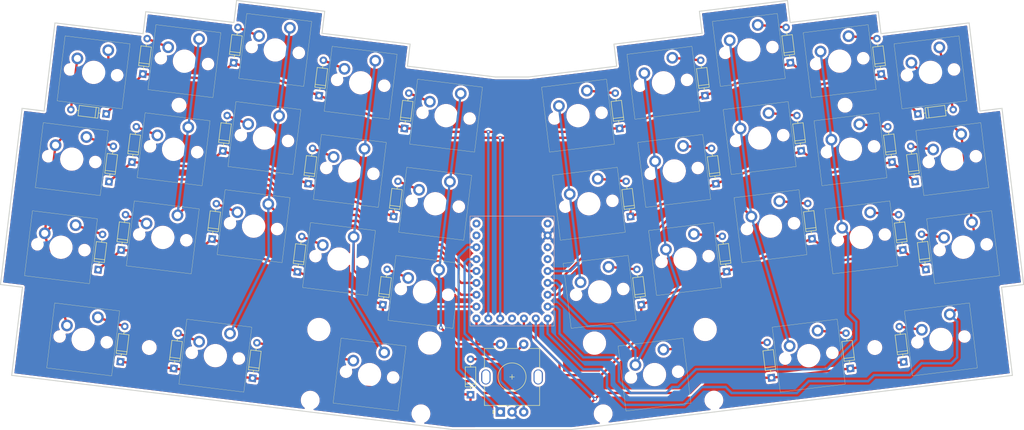
<source format=kicad_pcb>
(kicad_pcb (version 20211014) (generator pcbnew)
  (layers (0 "F.Cu" signal) (31 "B.Cu" signal) (34 "B.Paste" user) (35 "F.Paste" user) (36 "B.SilkS" user "B.Silkscreen") (37 "F.SilkS" user "F.Silkscreen") (38 "B.Mask" user) (39 "F.Mask" user) (44 "Edge.Cuts" user))
  (net 0 "")
  (net 1 "l3")
  (net 2 "Net-(D1-Pad2)")
  (net 3 "Net-(D2-Pad2)")
  (net 4 "Net-(D3-Pad2)")
  (net 5 "Net-(D5-Pad2)")
  (net 6 "Net-(D7-Pad2)")
  (net 7 "Net-(D9-Pad2)")
  (net 8 "Net-(D10-Pad2)")
  (net 9 "l2")
  (net 10 "Net-(D18-Pad2)")
  (net 11 "Net-(D19-Pad2)")
  (net 12 "Net-(D20-Pad2)")
  (net 13 "l0")
  (net 14 "l1")
  (net 15 "Net-(D22-Pad2)")
  (net 16 "Net-(D23-Pad2)")
  (net 17 "Net-(D24-Pad2)")
  (net 18 "Net-(D25-Pad2)")
  (net 19 "Net-(D26-Pad2)")
  (net 20 "Net-(D27-Pad2)")
  (net 21 "Net-(D29-Pad2)")
  (net 22 "Net-(D30-Pad2)")
  (net 23 "Net-(D31-Pad2)")
  (net 24 "Net-(D32-Pad2)")
  (net 25 "Net-(D34-Pad2)")
  (net 26 "Net-(D36-Pad2)")
  (net 27 "GND")
  (net 28 "c0")
  (net 29 "c1")
  (net 30 "c2")
  (net 31 "c3")
  (net 32 "c4")
  (net 33 "c5")
  (net 34 "c6")
  (net 35 "c7")
  (net 36 "c8")
  (net 37 "c9")
  (net 38 "Net-(D12-Pad2)")
  (net 41 "Net-(D21-Pad2)")
  (net 42 "Net-(D4-Pad2)")
  (net 45 "Net-(D6-Pad2)")
  (net 46 "Net-(D8-Pad2)")
  (net 47 "Net-(D13-Pad2)")
  (net 48 "Net-(D14-Pad2)")
  (net 49 "Net-(D15-Pad2)")
  (net 50 "Net-(D16-Pad2)")
  (net 51 "Net-(D17-Pad2)")
  (net 52 "Net-(D28-Pad2)")
  (net 53 "Net-(D33-Pad2)")
  (net 54 "Net-(D35-Pad2)")
  (net 55 "Net-(R1-Pad2)")
  (net 57 "Net-(R1-PadB)")
  (net 58 "Net-(R1-PadA)")
  (net 60 "Net-(SW11-Pad1)")
  (footprint "keyb-libs:Diode" (layer "F.Cu") (at 233.812852 131.451977 97)
    (fp_text reference "D36" hide)
    (fp_text value "Diode" hide)
  )
  (footprint "keyb-libs:MX-5pin" (layer "F.Cu") (at 200.678701 64.682322 7)
    (fp_text reference "SW8" hide)
    (fp_text value "key" hide)
  )
  (footprint "keyb-libs:MX-5pin" (layer "F.Cu") (at 224.746992 104.798153 7)
    (fp_text reference "SW29" hide)
    (fp_text value "key" hide)
  )
  (footprint "keyb-libs:Diode" (layer "F.Cu") (at 68.66756 88.685488 83)
    (fp_text reference "D12" hide)
    (fp_text value "Diode" hide)
  )
  (footprint "keyb-libs:MX-5pin" (layer "F.Cu") (at 94.690264 102.399076 -7)
    (fp_text reference "SW23" hide)
    (fp_text value "key" hide)
  )
  (footprint "keyb-libs:Diode" (layer "F.Cu") (at 106.384314 93.316523 83)
    (fp_text reference "D14" hide)
    (fp_text value "Diode" hide)
  )
  (footprint "keyb-libs:Diode" (layer "F.Cu") (at 214.210701 105.099022 97)
    (fp_text reference "D28" hide)
    (fp_text value "Diode" hide)
  )
  (footprint "keyb-libs:Diode" (layer "F.Cu") (at 236.253708 92.866904 97)
    (fp_text reference "D20" hide)
    (fp_text value "Diode" hide)
  )
  (footprint "keyb-libs:MX-5pin" (layer "F.Cu") (at 58.214828 126.634486 -7)
    (fp_text reference "SW31" hide)
    (fp_text value "key" hide)
  )
  (footprint "keyb-libs:MX-5pin" (layer "F.Cu") (at 53.458454 106.90779 -7)
    (fp_text reference "SW21" hide)
    (fp_text value "key" hide)
  )
  (footprint "keyb-libs:MX-5pin" (layer "F.Cu") (at 99.321299 64.682322 -7)
    (fp_text reference "SW3" hide)
    (fp_text value "key" hide)
  )
  (footprint "keyb-libs:Diode" (layer "F.Cu") (at 66.187148 131.406211 83)
    (fp_text reference "D31" hide)
    (fp_text value "Diode" hide)
  )
  (footprint "keyb-libs:Diode" (layer "F.Cu") (at 124.663812 100.346635 83)
    (fp_text reference "D15" hide)
    (fp_text value "Diode" hide)
  )
  (footprint "keyb-libs:Diode" (layer "F.Cu") (at 90.420334 67.428034 83)
    (fp_text reference "D3" hide)
    (fp_text value "Diode" hide)
  )
  (footprint "keyb-libs:Diode" (layer "F.Cu") (at 77.601429 132.853474 83)
    (fp_text reference "D32" hide)
    (fp_text value "Diode" hide)
  )
  (footprint "keyb-libs:Diode" (layer "F.Cu") (at 66.352043 107.498099 83)
    (fp_text reference "D22" hide)
    (fp_text value "Diode" hide)
  )
  (footprint "keyb-libs:Diode" (layer "F.Cu") (at 236.853268 78.381441 7)
    (fp_text reference "D10" hide)
    (fp_text value "Diode" hide)
  )
  (footprint "keyb-libs:Diode" (layer "F.Cu") (at 70.983078 69.827111 83)
    (fp_text reference "D2" hide)
    (fp_text value "Diode" hide)
  )
  (footprint "keyb-libs:MX-5pin" (layer "F.Cu") (at 168.750741 116.4593 7)
    (fp_text reference "SW26" hide)
    (fp_text value "key" hide)
  )
  (footprint "keyb-libs:MX-5pin" (layer "F.Cu") (at 60.446786 69.480476 -7)
    (fp_text reference "SW1" hide)
    (fp_text value "key" hide)
  )
  (footprint "keyb-libs:Diode" (layer "F.Cu") (at 104.068797 112.1749 83)
    (fp_text reference "D24" hide)
    (fp_text value "Diode" hide)
  )
  (footprint "keyb-libs:Diode" (layer "F.Cu") (at 231.33244 88.685488 97)
    (fp_text reference "D19" hide)
    (fp_text value "Diode" hide)
  )
  (footprint "keyb-libs:MX-5pin_stab" (layer "F.Cu") (at 180.495447 134.159918 7)
    (fp_text reference "SW34" hide)
    (fp_text value "key" hide)
  )
  (footprint "keyb-libs:MX-5pin" (layer "F.Cu") (at 222.431475 85.939776 7)
    (fp_text reference "SW19" hide)
    (fp_text value "key" hide)
  )
  (footprint "keyb-libs:MX-5pin" (layer "F.Cu") (at 75.253007 104.798153 -7)
    (fp_text reference "SW22" hide)
    (fp_text value "key" hide)
  )
  (footprint "keyb-libs:MX-5pin" (layer "F.Cu") (at 131.249259 116.4593 -7)
    (fp_text reference "SW25" hide)
    (fp_text value "key" hide)
  )
  (footprint "keyb-libs:MX-5pin" (layer "F.Cu") (at 244.226028 88.049413 7)
    (fp_text reference "SW20" hide)
    (fp_text value "key" hide)
  )
  (footprint "keyb-libs:MX-5pin" (layer "F.Cu") (at 166.435223 97.600923 7)
    (fp_text reference "SW16" hide)
    (fp_text value "key" hide)
  )
  (footprint "keyb-libs:MX-5pin" (layer "F.Cu") (at 133.564776 97.600923 -7)
    (fp_text reference "SW15" hide)
    (fp_text value "key" hide)
  )
  (footprint "keyb-libs:Diode" (layer "F.Cu") (at 222.398571 132.853474 97)
    (fp_text reference "D35" hide)
    (fp_text value "Diode" hide)
  )
  (footprint "keyb-libs:MX-5pin_stab" (layer "F.Cu") (at 119.504553 134.159918 -7)
    (fp_text reference "SW33" hide)
    (fp_text value "key" hide)
  )
  (footprint "keyb-libs:MX-5pin" (layer "F.Cu") (at 135.880294 78.742546 -7)
    (fp_text reference "SW5" hide)
    (fp_text value "key" hide)
  )
  (footprint "keyb-libs:MX-5pin" (layer "F.Cu") (at 164.119706 78.742546 7)
    (fp_text reference "SW6" hide)
    (fp_text value "key" hide)
  )
  (footprint "keyb-libs:Diode" (layer "F.Cu") (at 126.979329 81.488258 83)
    (fp_text reference "D5" hide)
    (fp_text value "Diode" hide)
  )
  (footprint "keyb-libs:MX-5pin" (layer "F.Cu") (at 86.502393 130.107762 -7)
    (fp_text reference "SW32" hide)
    (fp_text value "key" hide)
  )
  (footprint "keyb-libs:MX-5pin" (layer "F.Cu") (at 77.568525 85.939776 -7)
    (fp_text reference "SW12" hide)
    (fp_text value "key" hide)
  )
  (footprint "keyb-libs:MX-5pin" (layer "F.Cu") (at 184.714721 90.570811 7)
    (fp_text reference "SW17" hide)
    (fp_text value "key" hide)
  )
  (footprint "keyb-libs:Diode" (layer "F.Cu") (at 173.020671 81.488258 97)
    (fp_text reference "D6" hide)
    (fp_text value "Diode" hide)
  )
  (footprint "keyb-libs:MX-5pin" (layer "F.Cu") (at 202.994218 83.540699 7)
    (fp_text reference "SW18" hide)
    (fp_text value "key" hide)
  )
  (footprint "keyb-libs:Diode" (layer "F.Cu") (at 229.016922 69.827111 97)
    (fp_text reference "D9" hide)
    (fp_text value "Diode" hide)
  )
  (footprint "MountingHole:MountingHole_2.2mm_M2" (layer "F.Cu") (at 227.641389 128.371125)
    (fp_text reference "H3" hide)
    (fp_text value "MountingHole" hide)
  )
  (footprint "keyb-libs:Diode" (layer "F.Cu") (at 238.569226 111.679515 97)
    (fp_text reference "D30" hide)
    (fp_text value "Diode" hide)
  )
  (footprint "keyb-libs:Diode" (layer "F.Cu") (at 205.523246 134.840366 97)
    (fp_text reference "D34" hide)
    (fp_text value "Diode" hide)
  )
  (footprint "keyb-libs:MX-5pin" (layer "F.Cu") (at 241.785172 126.634486 7)
    (fp_text reference "SW36" hide)
    (fp_text value "key" hide)
  )
  (footprint "keyb-libs:Diode" (layer "F.Cu") (at 193.615686 93.316523 97)
    (fp_text reference "D17" hide)
    (fp_text value "Diode" hide)
  )
  (footprint "keyb-libs:Diode" (layer "F.Cu") (at 88.104817 86.286411 83)
    (fp_text reference "D13" hide)
    (fp_text value "Diode" hide)
  )
  (footprint "keyb-libs:Diode" (layer "F.Cu") (at 122.348294 119.205012 83)
    (fp_text reference "D25" hide)
    (fp_text value "Diode" hide)
  )
  (footprint "keyb-libs:MX-5pin" (layer "F.Cu") (at 220.115957 67.081399 7)
    (fp_text reference "SW9" hide)
    (fp_text value "key" hide)
  )
  (footprint "keyb-libs:MX-5pin" (layer "F.Cu") (at 115.285279 90.570811 -7)
    (fp_text reference "SW14" hide)
    (fp_text value "key" hide)
  )
  (footprint "keyb-libs:MX-5pin" (layer "F.Cu") (at 117.600796 71.712434 -7)
    (fp_text reference "SW4" hide)
    (fp_text value "key" hide)
  )
  (footprint "MountingHole:MountingHole_2.2mm_M2" (layer "F.Cu") (at 221.273716 76.510588)
    (fp_text reference "H4" hide)
    (fp_text value "MountingHole" hide)
  )
  (footprint "keyb-libs:Diode" (layer "F.Cu") (at 175.336188 100.346635 97)
    (fp_text reference "D16" hide)
    (fp_text value "Diode" hide)
  )
  (footprint "keyb-libs:Diode" (layer "F.Cu") (at 177.651706 119.205012 97)
    (fp_text reference "D26" hide)
    (fp_text value "Diode" hide)
  )
  (footprint "keyb-libs:Diode" (layer "F.Cu") (at 85.789299 105.144788 83)
    (fp_text reference "D23" hide)
    (fp_text value "Diode" hide)
  )
  (footprint "keyb-libs:Diode" (layer "F.Cu") (at 195.931203 112.129134 97)
    (fp_text reference "D27" hide)
    (fp_text value "Diode" hide)
  )
  (footprint "MountingHole:MountingHole_2.2mm_M2" (layer "F.Cu") (at 78.726284 76.510588)
    (fp_text reference "H2" hide)
    (fp_text value "MountingHole" hide)
  )
  (footprint "keyb-libs:MX-5pin" (layer "F.Cu") (at 187.030238 109.429188 7)
    (fp_text reference "SW27" hide)
    (fp_text value "key" hide)
  )
  (footprint "keyb-libs:Diode" (layer "F.Cu") (at 211.895183 86.286411 97)
    (fp_text reference "D18" hide)
    (fp_text value "Diode" hide)
  )
  (footprint "keyb-libs:MX-5pin" (layer "F.Cu") (at 112.969761 109.429188 -7)
    (fp_text reference "SW24" hide)
    (fp_text value "key" hide)
  )
  (footprint "keyb-libs:MX-5pin" (layer "F.Cu") (at 239.553213 69.480476 7)
    (fp_text reference "SW10" hide)
    (fp_text value "key" hide)
  )
  (footprint "keyb-libs:MX-5pin" (layer "F.Cu") (at 97.005781 83.540699 -7)
    (fp_text reference "SW13" hide)
    (fp_text value "key" hide)
  )
  (footprint "keyb-libs:Diode" (layer "F.Cu") (at 141.11 138.476928 90)
    (fp_text reference "RD1" hide)
    (fp_text value "Diode" hide)
  )
  (footprint "keyb-libs:MX-5pin" (layer "F.Cu") (at 55.773972 88.049413 -7)
    (fp_text reference "SW11" hide)
    (fp_text value "key" hide)
  )
  (footprint "keyb-libs:Diode" (layer "F.Cu") (at 108.699832 74.458146 83)
    (fp_text reference "D4" hide)
    (fp_text value "Diode" hide)
  )
  (footprint "keyb-libs:Diode" (layer "F.Cu") (at 63.146732 78.38144 173)
    (fp_text reference "D1" hide)
    (fp_text value "Diode" hide)
  )
  (footprint "keyb-libs:RotaryEncoder_EC11" (layer "F.Cu") (at 150 134.666928 90)
    (fp_text reference "R1" hide)
    (fp_text value "EC11-MX-Alps" hide)
  )
  (footprint "keyb-libs:Diode" (layer "F.Cu") (at 94.474713 134.925253 83)
    (fp_text reference "D33" hide)
    (fp_text value "Diode" hide)
  )
  (footprint "MountingHole:MountingHole_2.2mm_M2" (layer "F.Cu") (at 72.358611 128.371125)
    (fp_text reference "H1" hide)
    (fp_text value "MountingHole" hide)
  )
  (footprint "keyb-libs:Diode" (layer "F.Cu") (at 209.579666 67.428034 97)
    (fp_text reference "D8" hide)
    (fp_text value "Diode" hide)
  )
  (footprint "keyb-libs:Diode" (layer "F.Cu") (at 61.430774 111.725281 83)
    (fp_text reference "D21" hide)
    (fp_text value "Diode" hide)
  )
  (footprint "keyb-libs:MX-5pin" (layer "F.Cu") (at 79.884042 67.081399 -7)
    (fp_text reference "SW2" hide)
    (fp_text value "key" hide)
  )
  (footprint "keyb-libs:MX-5pin" (layer "F.Cu") (at 205.309736 102.399076 7)
    (fp_text reference "SW28" hide)
    (fp_text value "key" hide)
  )
  (footprint "keyb-libs:Diode" (layer "F.Cu") (at 191.300168 74.458146 97)
    (fp_text reference "D7" hide)
    (fp_text value "Diode" hide)
  )
  (footprint "keyb-libs:MX-5pin" (layer "F.Cu") (at 246.541545 106.90779 7)
    (fp_text reference "SW30" hide)
    (fp_text value "key" hide)
  )
  (footprint "keyb-libs:MX-5pin" (layer "F.Cu") (at 182.399203 71.712434 7)
    (fp_text reference "SW7" hide)
    (fp_text value "key" hide)
  )
  (footprint "keyb-libs:Diode" (layer "F.Cu") (at 233.647957 107.498099 97)
    (fp_text reference "D29" hide)
    (fp_text value "Diode" hide)
  )
  (footprint "keyb-libs:Diode" (layer "F.Cu") (at 63.746292 92.866904 83)
    (fp_text reference "D11" hide)
    (fp_text value "Diode" hide)
  )
  (footprint "keyb-libs:MX-5pin" (layer "F.Cu") (at 213.497606 130.107762 7)
    (fp_text reference "SW35" hide)
    (fp_text value "key" hide)
  )
  (footprint "keyb-libs:RP2040" (layer "B.Cu") (at 150 112 180)
    (fp_text reference "U1" hide)
    (fp_text value "RP2040" hide)
  )
  (gr_line locked (start 172.391136 68.155599) (end 153.532759 70.471117) (layer "Edge.Cuts") (width 0.2))
  (gr_line locked (start 208.950131 54.095376) (end 190.091754 56.410893) (layer "Edge.Cuts") (width 0.2))
  (gr_line locked (start 40.51421 114.88978) (end 45.228804 115.46866) (layer "Edge.Cuts") (width 0.2))
  (gr_line locked (start 127.608864 68.155599) (end 146.467241 70.471117) (layer "Edge.Cuts") (width 0.2))
  (gr_line locked (start 91.049869 54.095376) (end 90.47099 58.80997) (layer "Edge.Cuts") (width 0.2))
  (gr_line locked (start 52.175357 58.893529) (end 49.859839 77.751906) (layer "Edge.Cuts") (width 0.2))
  (gr_line locked (start 228.387387 56.494452) (end 209.52901 58.80997) (layer "Edge.Cuts") (width 0.2))
  (gr_line locked (start 71.612613 56.494452) (end 90.47099 58.80997) (layer "Edge.Cuts") (width 0.2))
  (gr_line locked (start 146.467241 70.471117) (end 153.532759 70.471117) (layer "Edge.Cuts") (width 0.2))
  (gr_line locked (start 45.145245 77.173027) (end 40.51421 114.88978) (layer "Edge.Cuts") (width 0.2))
  (gr_line locked (start 42.913287 134.327037) (end 137.205171 145.904624) (layer "Edge.Cuts") (width 0.2))
  (gr_line locked (start 71.612613 56.494452) (end 71.033734 61.209047) (layer "Edge.Cuts") (width 0.2))
  (gr_line locked (start 45.228804 115.46866) (end 42.913287 134.327037) (layer "Edge.Cuts") (width 0.2))
  (gr_line locked (start 128.187744 63.441005) (end 127.608864 68.155599) (layer "Edge.Cuts") (width 0.2))
  (gr_line locked (start 52.175357 58.893529) (end 71.033734 61.209047) (layer "Edge.Cuts") (width 0.2))
  (gr_line locked (start 254.854755 77.173027) (end 250.140161 77.751906) (layer "Edge.Cuts") (width 0.2))
  (gr_line locked (start 109.908246 56.410893) (end 109.329367 61.125488) (layer "Edge.Cuts") (width 0.2))
  (gr_line locked (start 259.48579 114.88978) (end 254.771196 115.46866) (layer "Edge.Cuts") (width 0.2))
  (gr_line locked (start 257.086713 134.327037) (end 162.794829 145.904624) (layer "Edge.Cuts") (width 0.2))
  (gr_line locked (start 190.670633 61.125488) (end 171.812256 63.441005) (layer "Edge.Cuts") (width 0.2))
  (gr_line locked (start 247.824643 58.893529) (end 228.966266 61.209047) (layer "Edge.Cuts") (width 0.2))
  (gr_line locked (start 190.091754 56.410893) (end 190.670633 61.125488) (layer "Edge.Cuts") (width 0.2))
  (gr_line locked (start 137.205171 145.904624) (end 162.794829 145.904624) (layer "Edge.Cuts") (width 0.2))
  (gr_line locked (start 45.145245 77.173027) (end 49.859839 77.751906) (layer "Edge.Cuts") (width 0.2))
  (gr_line locked (start 91.049869 54.095376) (end 109.908246 56.410893) (layer "Edge.Cuts") (width 0.2))
  (gr_line locked (start 208.950131 54.095376) (end 209.52901 58.80997) (layer "Edge.Cuts") (width 0.2))
  (gr_line locked (start 228.387387 56.494452) (end 228.966266 61.209047) (layer "Edge.Cuts") (width 0.2))
  (gr_line locked (start 109.329367 61.125488) (end 128.187744 63.441005) (layer "Edge.Cuts") (width 0.2))
  (gr_line locked (start 254.854755 77.173027) (end 259.48579 114.88978) (layer "Edge.Cuts") (width 0.2))
  (gr_line locked (start 171.812256 63.441005) (end 172.391136 68.155599) (layer "Edge.Cuts") (width 0.2))
  (gr_line locked (start 254.771196 115.46866) (end 257.086713 134.327037) (layer "Edge.Cuts") (width 0.2))
  (gr_line locked (start 247.824643 58.893529) (end 250.140161 77.751906) (layer "Edge.Cuts") (width 0.2))
  (segment (start 130.95 82.22) (end 130.218258 81.488258) (width 0.5) (layer "F.Cu") (net 1))
  (segment (start 191.300168 74.458146) (end 173.020671 81.488258) (width 0.5) (layer "F.Cu") (net 1))
  (segment (start 144.92 82.22) (end 130.95 82.22) (width 0.5) (layer "F.Cu") (net 1))
  (segment (start 171.051742 81.488258) (end 173.020671 81.488258) (width 0.5) (layer "F.Cu") (net 1))
  (segment (start 144.92 82.22) (end 170.32 82.22) (width 0.5) (layer "F.Cu") (net 1))
  (segment (start 209.579666 67.428034) (end 191.300168 74.458146) (width 0.5) (layer "F.Cu") (net 1))
  (segment (start 126.97933 81.488258) (end 108.699832 74.458146) (width 0.5) (layer "F.Cu") (net 1))
  (segment (start 170.32 82.22) (end 171.051742 81.488258) (width 0.5) (layer "F.Cu") (net 1))
  (segment (start 86.275518 70.981623) (end 70.983078 69.827111) (width 0.5) (layer "F.Cu") (net 1))
  (segment (start 70.983078 69.827111) (end 63.146732 78.38144) (width 0.5) (layer "F.Cu") (net 1))
  (segment (start 130.218258 81.488258) (end 126.979329 81.488258) (width 0.5) (layer "F.Cu") (net 1))
  (segment (start 90.420335 67.428034) (end 86.275518 70.981623) (width 0.5) (layer "F.Cu") (net 1))
  (segment (start 229.016922 69.827111) (end 216.04 72.06) (width 0.5) (layer "F.Cu") (net 1))
  (segment (start 108.699832 74.458146) (end 90.420334 67.428034) (width 0.5) (layer "F.Cu") (net 1))
  (segment (start 236.853268 78.381441) (end 229.016922 69.827111) (width 0.5) (layer "F.Cu") (net 1))
  (segment (start 216.04 72.06) (end 209.579666 67.428034) (width 0.5) (layer "F.Cu") (net 1))
  (via (at 144.92 82.22) (size 0.8) (drill 0.4) (layers "F.Cu" "B.Cu") (net 1))
  (segment (start 144.92 122.16) (end 144.92 82.22) (width 0.5) (layer "B.Cu") (net 1))
  (segment (start 55.58353 77.452796) (end 56.974733 66.495087) (width 0.5) (layer "F.Cu") (net 2))
  (segment (start 76.411989 64.09601) (end 71.911722 62.263909) (width 0.5) (layer "F.Cu") (net 3))
  (segment (start 95.849245 61.696933) (end 91.348978 59.864832) (width 0.5) (layer "F.Cu") (net 4))
  (segment (start 132.40824 75.757157) (end 127.907973 73.925056) (width 0.5) (layer "F.Cu") (net 5))
  (segment (start 190.371524 66.894944) (end 184.301174 66.360751) (width 0.5) (layer "F.Cu") (net 6))
  (segment (start 228.088278 62.263909) (end 222.017928 61.729716) (width 0.5) (layer "F.Cu") (net 7))
  (segment (start 244.41647 77.452797) (end 241.455184 64.128793) (width 0.5) (layer "F.Cu") (net 8))
  (segment (start 193.615686 93.316523) (end 175.336188 100.346635) (width 0.5) (layer "F.Cu") (net 9))
  (segment (start 175.4 83.49) (end 124.6 83.49) (width 0.5) (layer "F.Cu") (net 9))
  (segment (start 123.33 84.76) (end 123.33 97.46) (width 0.5) (layer "F.Cu") (net 9))
  (segment (start 106.384315 93.316523) (end 88.104817 86.286411) (width 0.5) (layer "F.Cu") (net 9))
  (segment (start 83.96 89.84) (end 68.66756 88.685488) (width 0.5) (layer "F.Cu") (net 9))
  (segment (start 176.67 97.46) (end 176.67 84.76) (width 0.5) (layer "F.Cu") (net 9))
  (segment (start 124.663812 98.793812) (end 124.663812 100.346635) (width 0.5) (layer "F.Cu") (net 9))
  (segment (start 218.355518 90.918377) (end 211.895184 86.286411) (width 0.5) (layer "F.Cu") (net 9))
  (segment (start 236.253708 92.866904) (end 231.33244 88.685488) (width 0.5) (layer "F.Cu") (net 9))
  (segment (start 68.66756 88.685488) (end 63.746292 92.866904) (width 0.5) (layer "F.Cu") (net 9))
  (segment (start 231.33244 88.685488) (end 218.355518 90.918377) (width 0.5) (layer "F.Cu") (net 9))
  (segment (start 175.336188 100.346635) (end 175.336188 98.793812) (width 0.5) (layer "F.Cu") (net 9))
  (segment (start 124.663813 100.346635) (end 106.384315 93.316523) (width 0.5) (layer "F.Cu") (net 9))
  (segment (start 123.33 97.46) (end 124.663812 98.793812) (width 0.5) (layer "F.Cu") (net 9))
  (segment (start 124.6 83.49) (end 123.33 84.76) (width 0.5) (layer "F.Cu") (net 9))
  (segment (start 176.67 84.76) (end 175.4 83.49) (width 0.5) (layer "F.Cu") (net 9))
  (segment (start 211.895184 86.286411) (end 193.615686 93.316523) (width 0.5) (layer "F.Cu") (net 9))
  (segment (start 88.104817 86.286411) (end 83.96 89.84) (width 0.5) (layer "F.Cu") (net 9))
  (segment (start 175.336188 98.793812) (end 176.67 97.46) (width 0.5) (layer "F.Cu") (net 9))
  (via (at 147.46 83.49) (size 0.8) (drill 0.4) (layers "F.Cu" "B.Cu") (net 9))
  (segment (start 147.46 122.16) (end 147.46 83.49) (width 0.5) (layer "B.Cu") (net 9))
  (segment (start 210.966539 78.723209) (end 204.896189 78.189016) (width 0.5) (layer "F.Cu") (net 10))
  (segment (start 230.403796 81.122286) (end 224.333446 80.588093) (width 0.5) (layer "F.Cu") (net 11))
  (segment (start 240.134879 85.992668) (end 235.325064 85.303702) (width 0.5) (layer "F.Cu") (net 12))
  (segment (start 142.38 144.45) (end 141.11 143.18) (width 0.5) (layer "F.Cu") (net 13))
  (segment (start 77.601429 132.853474) (end 66.187148 131.406211) (width 0.5) (layer "F.Cu") (net 13))
  (segment (start 167.78 139.37) (end 169.05 138.1) (width 0.5) (layer "F.Cu") (net 13))
  (segment (start 167.78 139.37) (end 162.7 144.45) (width 0.5) (layer "F.Cu") (net 13))
  (segment (start 191.359634 134.840366) (end 205.523246 134.840366) (width 0.5) (layer "F.Cu") (net 13))
  (segment (start 169.05 138.1) (end 188.1 138.1) (width 0.5) (layer "F.Cu") (net 13))
  (segment (start 233.812852 131.451977) (end 222.398571 132.853474) (width 0.5) (layer "F.Cu") (net 13))
  (segment (start 162.7 144.45) (end 142.38 144.45) (width 0.5) (layer "F.Cu") (net 13))
  (segment (start 222.398571 132.853474) (end 205.523246 134.840366) (width 0.5) (layer "F.Cu") (net 13))
  (segment (start 188.1 138.1) (end 191.359634 134.840366) (width 0.5) (layer "F.Cu") (net 13))
  (segment (start 141.11 143.18) (end 141.11 138.476928) (width 0.5) (layer "F.Cu") (net 13))
  (segment (start 141.11 138.476928) (end 94.474713 134.925253) (width 0.5) (layer "F.Cu") (net 13))
  (segment (start 94.474713 134.925253) (end 77.601429 132.853474) (width 0.5) (layer "F.Cu") (net 13))
  (via (at 167.78 139.37) (size 0.8) (drill 0.4) (layers "F.Cu" "B.Cu") (net 13))
  (segment (start 155.08 126.67) (end 155.08 122.16) (width 0.5) (layer "B.Cu") (net 13))
  (segment (start 167.78 139.37) (end 155.08 126.67) (width 0.5) (layer "B.Cu") (net 13))
  (segment (start 169.05 134.29) (end 160.16 134.29) (width 0.5) (layer "F.Cu") (net 14))
  (segment (start 122.348295 119.205012) (end 104.068797 112.1749) (width 0.5) (layer "F.Cu") (net 14))
  (segment (start 123.33 124.13) (end 123.33 121.59) (width 0.5) (layer "F.Cu") (net 14))
  (segment (start 238.569226 111.679515) (end 233.647957 107.498099) (width 0.5) (layer "F.Cu") (net 14))
  (segment (start 156.35 138.1) (end 143.65 138.1) (width 0.5) (layer "F.Cu") (net 14))
  (segment (start 122.348294 120.608294) (end 122.348294 119.205012) (width 0.5) (layer "F.Cu") (net 14))
  (segment (start 104.068797 112.1749) (end 85.789299 105.144788) (width 0.5) (layer "F.Cu") (net 14))
  (segment (start 85.7893 105.099022) (end 81.644483 108.652611) (width 0.5) (layer "F.Cu") (net 14))
  (segment (start 152.54 122.16) (end 152.54 124.13) (width 0.5) (layer "F.Cu") (net 14))
  (segment (start 143.65 138.1) (end 141.11 135.56) (width 0.5) (layer "F.Cu") (net 14))
  (segment (start 233.647957 107.498099) (end 220.671035 109.730988) (width 0.5) (layer "F.Cu") (net 14))
  (segment (start 66.352043 107.498099) (end 61.430774 111.725281) (width 0.5) (layer "F.Cu") (net 14))
  (segment (start 160.16 131.75) (end 160.16 134.29) (width 0.5) (layer "F.Cu") (net 14))
  (segment (start 177.651706 119.205012) (end 177.651706 125.688294) (width 0.5) (layer "F.Cu") (net 14))
  (segment (start 195.931204 112.1749) (end 177.651706 119.205012) (width 0.5) (layer "F.Cu") (net 14))
  (segment (start 152.54 124.13) (end 160.16 131.75) (width 0.5) (layer "F.Cu") (net 14))
  (segment (start 123.33 121.59) (end 122.348294 120.608294) (width 0.5) (layer "F.Cu") (net 14))
  (segment (start 214.210701 105.099022) (end 195.931203 112.129134) (width 0.5) (layer "F.Cu") (net 14))
  (segment (start 141.11 135.56) (end 134.76 135.56) (width 0.5) (layer "F.Cu") (net 14))
  (segment (start 177.651706 125.688294) (end 169.05 134.29) (width 0.5) (layer "F.Cu") (net 14))
  (segment (start 81.644483 108.652611) (end 66.352043 107.498099) (width 0.5) (layer "F.Cu") (net 14))
  (segment (start 160.16 134.29) (end 156.35 138.1) (width 0.5) (layer "F.Cu") (net 14))
  (segment (start 220.671035 109.730988) (end 214.210701 105.099022) (width 0.5) (layer "F.Cu") (net 14))
  (segment (start 134.76 135.56) (end 123.33 124.13) (width 0.5) (layer "F.Cu") (net 14))
  (segment (start 71.780954 101.812764) (end 67.280687 99.980663) (width 0.5) (layer "F.Cu") (net 15))
  (segment (start 91.218211 99.413687) (end 86.717944 97.581586) (width 0.5) (layer "F.Cu") (net 16))
  (segment (start 109.497708 106.443799) (end 104.997441 104.611698) (width 0.5) (layer "F.Cu") (net 17))
  (segment (start 127.777206 113.473911) (end 123.276939 111.64181) (width 0.5) (layer "F.Cu") (net 18))
  (segment (start 176.723062 111.64181) (end 170.652712 111.107617) (width 0.5) (layer "F.Cu") (net 19))
  (segment (start 195.002559 104.611698) (end 188.932209 104.077505) (width 0.5) (layer "F.Cu") (net 20))
  (segment (start 232.719313 99.980663) (end 226.648963 99.44647) (width 0.5) (layer "F.Cu") (net 21))
  (segment (start 242.450396 104.851045) (end 237.640582 104.116313) (width 0.5) (layer "F.Cu") (net 22))
  (segment (start 67.115792 123.888775) (end 61.354991 121.9019) (width 0.5) (layer "F.Cu") (net 23))
  (segment (start 83.03034 127.122373) (end 78.530073 125.290272) (width 0.5) (layer "F.Cu") (net 24))
  (segment (start 204.594602 127.277164) (end 182.397418 128.808235) (width 0.5) (layer "F.Cu") (net 25))
  (segment (start 237.694023 124.577741) (end 232.884208 123.888775) (width 0.5) (layer "F.Cu") (net 26))
  (segment (start 52.301919 85.064024) (end 63.64 72.06) (width 0.5) (layer "F.Cu") (net 28))
  (segment (start 68.72 92.38) (end 64.91 96.19) (width 0.5) (layer "F.Cu") (net 28))
  (segment (start 113.17 98.73) (end 110.63 96.19) (width 0.5) (layer "F.Cu") (net 28))
  (segment (start 134.765584 106.35) (end 124.605584 106.35) (width 0.5) (layer "F.Cu") (net 28))
  (segment (start 124.605584 106.35) (end 116.985584 98.73) (width 0.5) (layer "F.Cu") (net 28))
  (segment (start 139.84 111.424416) (end 134.765584 106.35) (width 0.5) (layer "F.Cu") (net 28))
  (segment (start 57.718802 96.19) (end 64.91 96.19) (width 0.5) (layer "F.Cu") (net 28))
  (segment (start 110.63 96.19) (end 104.28 96.19) (width 0.5) (layer "F.Cu") (net 28))
  (segment (start 49.986401 103.922401) (end 52.301919 85.064024) (width 0.5) (layer "F.Cu") (net 28))
  (segment (start 139.84 111.43) (end 139.84 111.424416) (width 0.5) (layer "F.Cu") (net 28))
  (segment (start 140.41 112) (end 139.84 111.43) (width 0.5) (layer "F.Cu") (net 28))
  (segment (start 49.986401 103.922401) (end 57.718802 96.19) (width 0.5) (layer "F.Cu") (net 28))
  (segment (start 104.28 96.19) (end 101.74 93.65) (width 0.5) (layer "F.Cu") (net 28))
  (segment (start 49.986401 103.922401) (end 54.742775 123.649097) (width 0.5) (layer "F.Cu") (net 28))
  (segment (start 99.2 93.65) (end 97.93 92.38) (width 0.5) (layer "F.Cu") (net 28))
  (segment (start 63.64 72.06) (end 63.586949 64.74789) (width 0.5) (layer "F.Cu") (net 28))
  (segment (start 142.38 112) (end 140.41 112) (width 0.5) (layer "F.Cu") (net 28))
  (segment (start 97.93 92.38) (end 68.72 92.38) (width 0.5) (layer "F.Cu") (net 28))
  (segment (start 116.985584 98.73) (end 113.17 98.73) (width 0.5) (layer "F.Cu") (net 28))
  (segment (start 101.74 93.65) (end 99.2 93.65) (width 0.5) (layer "F.Cu") (net 28))
  (segment (start 99.198604 94.921396) (end 97.928604 93.651396) (width 0.5) (layer "F.Cu") (net 29))
  (segment (start 139.14 114.54) (end 138.57 113.97) (width 0.5) (layer "F.Cu") (net 29))
  (segment (start 124.602792 107.62) (end 118.252792 101.27) (width 0.5) (layer "F.Cu") (net 29))
  (segment (start 138.57 111.427208) (end 134.762792 107.62) (width 0.5) (layer "F.Cu") (net 29))
  (segment (start 109.36 97.46) (end 104.277208 97.46) (width 0.5) (layer "F.Cu") (net 29))
  (segment (start 142.38 114.54) (end 139.14 114.54) (width 0.5) (layer "F.Cu") (net 29))
  (segment (start 118.252792 101.27) (end 118.25 101.27) (width 0.5) (layer "F.Cu") (net 29))
  (segment (start 138.57 113.97) (end 138.57 111.427208) (width 0.5) (layer "F.Cu") (net 29))
  (segment (start 118.25 101.27) (end 116.98 100) (width 0.5) (layer "F.Cu") (net 29))
  (segment (start 101.738604 94.921396) (end 99.198604 94.921396) (width 0.5) (layer "F.Cu") (net 29))
  (segment (start 111.9 100) (end 109.36 97.46) (width 0.5) (layer "F.Cu") (net 29))
  (segment (start 84.807342 93.651396) (end 78.39317 100.065567) (width 0.5) (layer "F.Cu") (net 29))
  (segment (start 134.762792 107.62) (end 124.602792 107.62) (width 0.5) (layer "F.Cu") (net 29))
  (segment (start 97.928604 93.651396) (end 84.807342 93.651396) (width 0.5) (layer "F.Cu") (net 29))
  (segment (start 116.98 100) (end 111.9 100) (width 0.5) (layer "F.Cu") (net 29))
  (segment (start 104.277208 97.46) (end 101.738604 94.921396) (width 0.5) (layer "F.Cu") (net 29))
  (segment (start 80.708688 81.20719) (end 83.024205 62.348813) (width 0.5) (layer "B.Cu") (net 29))
  (segment (start 78.39317 100.065567) (end 80.708688 81.20719) (width 0.5) (layer "B.Cu") (net 29))
  (segment (start 142.38 117.08) (end 139.14 117.08) (width 0.5) (layer "F.Cu") (net 30))
  (segment (start 139.14 117.08) (end 137.3 115.24) (width 0.5) (layer "F.Cu") (net 30))
  (segment (start 118.25 102.54) (end 118.247208 102.54) (width 0.5) (layer "F.Cu") (net 30))
  (segment (start 110.63 101.27) (end 109.36 100) (width 0.5) (layer "F.Cu") (net 30))
  (segment (start 100.163937 100) (end 97.830427 97.66649) (width 0.5) (layer "F.Cu") (net 30))
  (segment (start 109.36 100) (end 100.163937 100) (width 0.5) (layer "F.Cu") (net 30))
  (segment (start 137.3 111.43) (end 134.76 108.89) (width 0.5) (layer "F.Cu") (net 30))
  (segment (start 116.977208 101.27) (end 110.63 101.27) (width 0.5) (layer "F.Cu") (net 30))
  (segment (start 134.76 108.89) (end 124.6 108.89) (width 0.5) (layer "F.Cu") (net 30))
  (segment (start 137.3 115.24) (end 137.3 111.43) (width 0.5) (layer "F.Cu") (net 30))
  (segment (start 118.247208 102.54) (end 116.977208 101.27) (width 0.5) (layer "F.Cu") (net 30))
  (segment (start 124.6 108.89) (end 118.25 102.54) (width 0.5) (layer "F.Cu") (net 30))
  (segment (start 97.93 108.89) (end 97.830427 97.66649) (width 0.5) (layer "B.Cu") (net 30))
  (segment (start 89.642556 125.375176) (end 97.93 108.89) (width 0.5) (layer "B.Cu") (net 30))
  (segment (start 100.145945 78.808113) (end 102.461462 59.949736) (width 0.5) (layer "B.Cu") (net 30))
  (segment (start 97.830427 97.66649) (end 100.145945 78.808113) (width 0.5) (layer "B.Cu") (net 30))
  (segment (start 116.109924 111.829924) (end 120.79 116.51) (width 0.5) (layer "F.Cu") (net 31))
  (segment (start 124.6 116.51) (end 127.71 119.62) (width 0.5) (layer "F.Cu") (net 31))
  (segment (start 120.79 116.51) (end 124.6 116.51) (width 0.5) (layer "F.Cu") (net 31))
  (segment (start 116.109924 104.696602) (end 116.109924 111.829924) (width 0.5) (layer "F.Cu") (net 31))
  (segment (start 127.71 119.62) (end 142.38 119.62) (width 0.5) (layer "F.Cu") (net 31))
  (segment (start 122.644716 129.427332) (end 115.71 117.78) (width 0.5) (layer "B.Cu") (net 31))
  (segment (start 115.71 117.78) (end 116.109924 104.696602) (width 0.5) (layer "B.Cu") (net 31))
  (segment (start 116.109924 104.696602) (end 118.425442 85.838225) (width 0.5) (layer "B.Cu") (net 31))
  (segment (start 118.425442 85.838225) (end 120.740959 66.979848) (width 0.5) (layer "B.Cu") (net 31))
  (segment (start 147.5 127.666928) (end 142.653072 127.666928) (width 0.5) (layer "F.Cu") (net 32))
  (segment (start 142.38 127.393856) (end 142.653072 127.666928) (width 0.5) (layer "F.Cu") (net 32))
  (segment (start 134.76 124.13) (end 138.296928 127.666928) (width 0.5) (layer "F.Cu") (net 32))
  (segment (start 142.38 122.16) (end 142.38 127.393856) (width 0.5) (layer "F.Cu") (net 32))
  (segment (start 138.296928 127.666928) (end 142.653072 127.666928) (width 0.5) (layer "F.Cu") (net 32))
  (via (at 134.76 124.13) (size 0.8) (drill 0.4) (layers "F.Cu" "B.Cu") (net 32))
  (segment (start 136.70494 92.868337) (end 139.020457 74.00996) (width 0.5) (layer "B.Cu") (net 32))
  (segment (start 134.76 113.97) (end 134.389422 113.599422) (width 0.5) (layer "B.Cu") (net 32))
  (segment (start 134.389422 111.726714) (end 136.70494 92.868337) (width 0.5) (layer "B.Cu") (net 32))
  (segment (start 134.76 124.13) (end 134.76 113.97) (width 0.5) (layer "B.Cu") (net 32))
  (segment (start 134.389422 113.599422) (end 134.389422 111.726714) (width 0.5) (layer "B.Cu") (net 32))
  (segment (start 164.162281 110.352281) (end 164.659592 114.402555) (width 0.5) (layer "B.Cu") (net 33))
  (segment (start 160.028557 76.685801) (end 162.344074 95.544178) (width 0.5) (layer "B.Cu") (net 33))
  (segment (start 162.344075 95.544178) (end 164.162281 110.352281) (width 0.5) (layer "B.Cu") (net 33))
  (segment (start 157.62 112) (end 162.514562 112) (width 0.5) (layer "B.Cu") (net 33))
  (segment (start 162.514562 112) (end 164.162281 110.352281) (width 0.5) (layer "B.Cu") (net 33))
  (segment (start 166.184437 123.804437) (end 160.16 117.78) (width 0.5) (layer "B.Cu") (net 34))
  (segment (start 159.46 114.54) (end 157.62 114.54) (width 0.5) (layer "B.Cu") (net 34))
  (segment (start 160.16 117.78) (end 160.16 115.24) (width 0.5) (layer "B.Cu") (net 34))
  (segment (start 185.56 115.24) (end 176.404298 132.103173) (width 0.5) (layer "B.Cu") (net 34))
  (segment (start 176.404298 132.103173) (end 176.404298 128.944298) (width 0.5) (layer "B.Cu") (net 34))
  (segment (start 180.623572 88.514066) (end 182.939089 107.372443) (width 0.5) (layer "B.Cu") (net 34))
  (segment (start 171.264437 123.804437) (end 166.184437 123.804437) (width 0.5) (layer "B.Cu") (net 34))
  (segment (start 178.308055 69.655689) (end 180.623572 88.514066) (width 0.5) (layer "B.Cu") (net 34))
  (segment (start 160.16 115.24) (end 159.46 114.54) (width 0.5) (layer "B.Cu") (net 34))
  (segment (start 182.939089 107.372443) (end 185.56 115.24) (width 0.5) (layer "B.Cu") (net 34))
  (segment (start 176.404298 128.944298) (end 171.264437 123.804437) (width 0.5) (layer "B.Cu") (net 34))
  (segment (start 185.56 98.73) (end 199.606256 98.73) (width 0.5) (layer "F.Cu") (net 35))
  (segment (start 199.606256 98.73) (end 201.218587 100.342331) (width 0.5) (layer "F.Cu") (net 35))
  (segment (start 161.43 115.24) (end 161.43 112.7) (width 0.5) (layer "F.Cu") (net 35))
  (segment (start 169.05 105.08) (end 179.21 105.08) (width 0.5) (layer "F.Cu") (net 35))
  (segment (start 159.59 117.08) (end 161.43 115.24) (width 0.5) (layer "F.Cu") (net 35))
  (segment (start 161.43 112.7) (end 169.05 105.08) (width 0.5) (layer "F.Cu") (net 35))
  (segment (start 157.62 117.08) (end 159.59 117.08) (width 0.5) (layer "F.Cu") (net 35))
  (segment (start 179.21 105.08) (end 185.56 98.73) (width 0.5) (layer "F.Cu") (net 35))
  (segment (start 196.587552 62.625577) (end 198.903069 81.483954) (width 0.5) (layer "B.Cu") (net 35))
  (segment (start 198.90307 81.483954) (end 201.218587 100.342331) (width 0.5) (layer "B.Cu") (net 35))
  (segment (start 201.218587 100.342331) (end 209.406457 128.051017) (width 0.5) (layer "B.Cu") (net 35))
  (segment (start 175.4 138.1) (end 172.86 135.56) (width 0.5) (layer "B.Cu") (net 36))
  (segment (start 159.46 119.62) (end 157.62 119.62) (width 0.5) (layer "B.Cu") (net 36))
  (segment (start 217.31 133.02) (end 189.37 133.02) (width 0.5) (layer "B.Cu") (net 36))
  (segment (start 221.905842 121.105842) (end 223.66 122.86) (width 0.5) (layer "B.Cu") (net 36))
  (segment (start 223.66 126.67) (end 217.31 133.02) (width 0.5) (layer "B.Cu") (net 36))
  (segment (start 221.905842 103.991407) (end 221.905842 121.105842) (width 0.5) (layer "B.Cu") (net 36))
  (segment (start 223.66 122.86) (end 223.66 126.67) (width 0.5) (layer "B.Cu") (net 36))
  (segment (start 172.86 135.56) (end 172.86 131.75) (width 0.5) (layer "B.Cu") (net 36))
  (segment (start 172.86 131.75) (end 171.59 130.48) (width 0.5) (layer "B.Cu") (net 36))
  (segment (start 184.29 136.83) (end 183.02 138.1) (width 0.5) (layer "B.Cu") (net 36))
  (segment (start 166.508604 130.478604) (end 165.241396 130.478604) (width 0.5) (layer "B.Cu") (net 36))
  (segment (start 218.340326 83.883031) (end 220.655843 102.741408) (width 0.5) (layer "B.Cu") (net 36))
  (segment (start 183.02 138.1) (end 175.4 138.1) (width 0.5) (layer "B.Cu") (net 36))
  (segment (start 185.56 136.83) (end 184.29 136.83) (width 0.5) (layer "B.Cu") (net 36))
  (segment (start 220.655843 102.741408) (end 221.905842 103.991407) (width 0.5) (layer "B.Cu") (net 36))
  (segment (start 165.241396 130.478604) (end 160.16 125.397208) (width 0.5) (layer "B.Cu") (net 36))
  (segment (start 160.16 120.32) (end 159.46 119.62) (width 0.5) (layer "B.Cu") (net 36))
  (segment (start 189.37 133.02) (end 185.56 136.83) (width 0.5) (layer "B.Cu") (net 36))
  (segment (start 171.59 130.48) (end 166.51 130.48) (width 0.5) (layer "B.Cu") (net 36))
  (segment (start 166.51 130.48) (end 166.508604 130.478604) (width 0.5) (layer "B.Cu") (net 36))
  (segment (start 216.024809 65.024654) (end 218.340326 83.883031) (width 0.5) (layer "B.Cu") (net 36))
  (segment (start 160.16 125.397208) (end 160.16 120.32) (width 0.5) (layer "B.Cu") (net 36))
  (segment (start 251.6 115.24) (end 248.443516 101.556107) (width 0.5) (layer "F.Cu") (net 37))
  (segment (start 236.712063 68.67373) (end 236.712063 72.412063) (width 0.5) (layer "F.Cu") (net 37))
  (segment (start 236.712063 72.412063) (end 237.63 73.33) (width 0.5) (layer "F.Cu") (net 37))
  (segment (start 237.63 74.199731) (end 237.63 73.33) (width 0.5) (layer "F.Cu") (net 37))
  (segment (start 246.127999 82.69773) (end 237.63 74.199731) (width 0.5) (layer "F.Cu") (net 37))
  (segment (start 243.687143 121.282803) (end 251.6 115.24) (width 0.5) (layer "F.Cu") (net 37))
  (segment (start 248.443516 101.556107) (end 246.127999 82.69773) (width 0.5) (layer "F.Cu") (net 37))
  (segment (start 235.462064 67.423731) (end 236.712063 68.67373) (width 0.5) (layer "F.Cu") (net 37))
  (segment (start 190.64 136.83) (end 195.72 136.83) (width 0.5) (layer "B.Cu") (net 37))
  (segment (start 157.62 122.16) (end 157.62 125.4) (width 0.5) (layer "B.Cu") (net 37))
  (segment (start 237.63 131.75) (end 243.98 131.75) (width 0.5) (layer "B.Cu") (net 37))
  (segment (start 245.25 130.48) (end 245.25 122.84566) (width 0.5) (layer "B.Cu") (net 37))
  (segment (start 245.25 122.84566) (end 243.687143 121.282803) (width 0.5) (layer "B.Cu") (net 37))
  (segment (start 235.09 134.29) (end 237.63 131.75) (width 0.5) (layer "B.Cu") (net 37))
  (segment (start 169.05 133.02) (end 170.32 134.29) (width 0.5) (layer "B.Cu") (net 37))
  (segment (start 195.72 136.83) (end 196.99 138.1) (width 0.5) (layer "B.Cu") (net 37))
  (segment (start 170.32 136.83) (end 174.13 140.64) (width 0.5) (layer "B.Cu") (net 37))
  (segment (start 174.13 140.64) (end 186.83 140.64) (width 0.5) (layer "B.Cu") (net 37))
  (segment (start 227.47 134.29) (end 235.09 134.29) (width 0.5) (layer "B.Cu") (net 37))
  (segment (start 243.98 131.75) (end 245.25 130.48) (width 0.5) (layer "B.Cu") (net 37))
  (segment (start 186.83 140.64) (end 190.64 136.83) (width 0.5) (layer "B.Cu") (net 37))
  (segment (start 157.62 125.4) (end 165.24 133.02) (width 0.5) (layer "B.Cu") (net 37))
  (segment (start 196.99 138.1) (end 210.96 138.1) (width 0.5) (layer "B.Cu") (net 37))
  (segment (start 170.32 134.29) (end 170.32 136.83) (width 0.5) (layer "B.Cu") (net 37))
  (segment (start 213.5 135.56) (end 226.2 135.56) (width 0.5) (layer "B.Cu") (net 37))
  (segment (start 226.2 135.56) (end 227.47 134.29) (width 0.5) (layer "B.Cu") (net 37))
  (segment (start 165.24 133.02) (end 169.05 133.02) (width 0.5) (layer "B.Cu") (net 37))
  (segment (start 210.96 138.1) (end 213.5 135.56) (width 0.5) (layer "B.Cu") (net 37))
  (segment (start 74.096471 82.954387) (end 69.596204 81.122286) (width 0.5) (layer "F.Cu") (net 38))
  (segment (start 62.359418 104.162079) (end 56.598617 102.175204) (width 0.5) (layer "F.Cu") (net 41))
  (segment (start 114.128743 68.727045) (end 109.628476 66.894944) (width 0.5) (layer "F.Cu") (net 42))
  (segment (start 172.092027 73.925056) (end 166.021677 73.390863) (width 0.5) (layer "F.Cu") (net 45))
  (segment (start 208.651022 59.864832) (end 202.580672 59.330639) (width 0.5) (layer "F.Cu") (net 46))
  (segment (start 93.533728 80.55531) (end 89.033461 78.723209) (width 0.5) (layer "F.Cu") (net 47))
  (segment (start 111.813225 87.585422) (end 107.312958 85.753321) (width 0.5) (layer "F.Cu") (net 48))
  (segment (start 130.092723 94.615534) (end 125.592456 92.783433) (width 0.5) (layer "F.Cu") (net 49))
  (segment (start 174.407544 92.783433) (end 168.337194 92.24924) (width 0.5) (layer "F.Cu") (net 50))
  (segment (start 192.687042 85.753321) (end 186.616692 85.219128) (width 0.5) (layer "F.Cu") (net 51))
  (segment (start 213.282057 97.581586) (end 207.211707 97.047393) (width 0.5) (layer "F.Cu") (net 52))
  (segment (start 116.0325 131.174529) (end 95.403357 127.362051) (width 0.5) (layer "F.Cu") (net 53))
  (segment (start 221.469927 125.290272) (end 215.399577 124.756079) (width 0.5) (layer "F.Cu") (net 54))
  (segment (start 141.11 130.856928) (end 149.31 130.856928) (width 0.5) (layer "F.Cu") (net 55))
  (segment (start 149.31 130.856928) (end 152.5 127.666928) (width 0.5) (layer "F.Cu") (net 55))
  (segment (start 142.38 109.46) (end 140.54 109.46) (width 0.5) (layer "B.Cu") (net 57))
  (segment (start 147.46 133.02) (end 147.46 135.56) (width 0.5) (layer "B.Cu") (net 57))
  (segment (start 139.84 125.4) (end 147.46 133.02) (width 0.5) (layer "B.Cu") (net 57))
  (segment (start 152.54 140.64) (end 152.5 140.68) (width 0.5) (layer "B.Cu") (net 57))
  (segment (start 139.84 110.16) (end 139.84 125.4) (width 0.5) (layer "B.Cu") (net 57))
  (segment (start 147.46 135.56) (end 152.54 140.64) (width 0.5) (layer "B.Cu") (net 57))
  (segment (start 152.5 140.68) (end 152.5 142.166928) (width 0.5) (layer "B.Cu") (net 57))
  (segment (start 140.54 109.46) (end 139.84 110.16) (width 0.5) (layer "B.Cu") (net 57))
  (segment (start 140.54 106.92) (end 142.38 106.92) (width 0.5) (layer "B.Cu") (net 58))
  (segment (start 147.5 141.95) (end 138.57 133.02) (width 0.5) (layer "B.Cu") (net 58))
  (segment (start 147.5 142.166928) (end 147.5 141.95) (width 0.5) (layer "B.Cu") (net 58))
  (segment (start 138.57 108.89) (end 140.54 106.92) (width 0.5) (layer "B.Cu") (net 58))
  (segment (start 138.57 133.02) (end 138.57 108.89) (width 0.5) (layer "B.Cu") (net 58))
  (segment (start 64.674936 85.303702) (end 58.914135 83.316827) (width 0.5) (layer "F.Cu") (net 60))
  (zone (net 27) (net_name "GND") (layers F&B.Cu) (connect_pads (clearance 0.508)) (min_thickness 0.254) (fill yes (thermal_gap 0.508) (thermal_bridge_width 0.508))
    (polygon (pts (xy 153.532759 70.471117) (xy 146.467241 70.471117) (xy 127.608864 68.155599) (xy 128.187744 63.441005) (xy 109.329367 61.125488) (xy 109.908246 56.410893) (xy 91.049869 54.095376) (xy 90.47099 58.80997) (xy 71.612613 56.494452) (xy 71.033734 61.209047) (xy 52.175357 58.893529) (xy 49.859839 77.751906) (xy 45.145245 77.173027) (xy 40.51421 114.88978) (xy 45.228804 115.46866) (xy 42.913287 134.327037) (xy 137.205171 145.904624) (xy 162.794829 145.904624) (xy 257.086713 134.327037) (xy 254.771196 115.46866) (xy 259.48579 114.88978) (xy 254.854755 77.173027) (xy 250.140161 77.751906) (xy 247.824643 58.893529) (xy 228.966266 61.209047) (xy 228.387387 56.494452) (xy 209.52901 58.80997) (xy 208.950131 54.095376) (xy 190.091754 56.410893) (xy 190.670633 61.125488) (xy 171.812256 63.441005) (xy 172.391136 68.155599)))
  )
)
</source>
